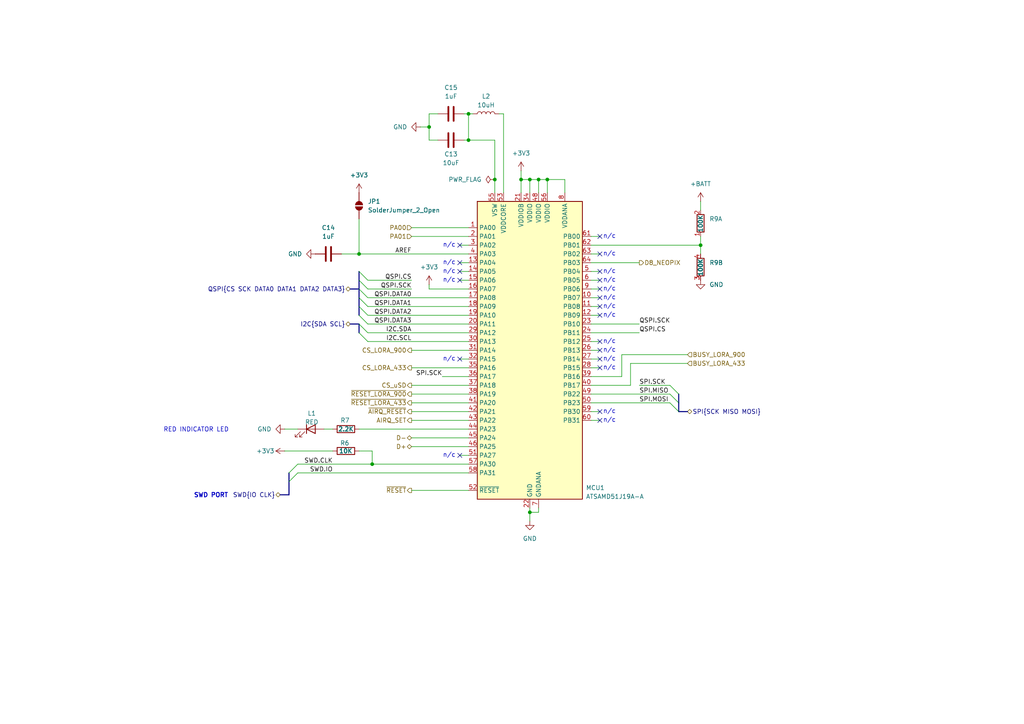
<source format=kicad_sch>
(kicad_sch (version 20231120) (generator "eeschema") (generator_version "8.0")
  (paper "A4")
  (title_block (title "MCU") (rev "0.1") (company "catbranchman") (comment 1 "Electrical Engineering Department") (comment 2 "EE 156 / Stanford University") (comment 3 "Flight Club, W6YX, Endurance"))
  (lib_symbols
    (symbol "Device:C" (pin_numbers hide) (pin_names (offset 0.254))
      (property "Reference" "C" (at 0.635 2.54 0))
      (property "Value" "C" (at 0.635 -2.54 0))
      (symbol "C_0_1"
        (polyline (pts (xy -2.032 -0.762) (xy 2.032 -0.762)) (stroke (width 0.508)))
        (polyline (pts (xy -2.032 0.762) (xy 2.032 0.762)) (stroke (width 0.508)))
      )
      (symbol "C_1_1"
        (pin passive line (at 0 3.81 270) (length 2.794) (name "~") (number "1"))
        (pin passive line (at 0 -3.81 90) (length 2.794) (name "~") (number "2"))
      )
    )
    (symbol "Device:L" (pin_numbers hide) (pin_names (offset 1.016) hide)
      (property "Reference" "L" (at -1.27 0 90))
      (property "Value" "L" (at 1.905 0 90))
      (symbol "L_0_1"
        (arc (start 0 -2.54) (mid 0.6323 -1.905) (end 0 -1.27))
        (arc (start 0 -1.27) (mid 0.6323 -0.635) (end 0 0))
        (arc (start 0 0) (mid 0.6323 0.635) (end 0 1.27))
        (arc (start 0 1.27) (mid 0.6323 1.905) (end 0 2.54))
      )
      (symbol "L_1_1"
        (pin passive line (at 0 3.81 270) (length 1.27) (name "1") (number "1"))
        (pin passive line (at 0 -3.81 90) (length 1.27) (name "2") (number "2"))
      )
    )
    (symbol "Device:LED" (pin_numbers hide) (pin_names (offset 1.016) hide)
      (property "Reference" "D" (at 0 2.54 0))
      (property "Value" "LED" (at 0 -2.54 0))
      (symbol "LED_0_1"
        (polyline (pts (xy -1.27 -1.27) (xy -1.27 1.27)) (stroke (width 0.254)))
        (polyline (pts (xy -1.27 0) (xy 1.27 0)))
        (polyline (pts (xy 1.27 -1.27) (xy 1.27 1.27) (xy -1.27 0) (xy 1.27 -1.27)) (stroke (width 0.254)))
        (polyline (pts (xy -3.048 -0.762) (xy -4.572 -2.286) (xy -3.81 -2.286) (xy -4.572 -2.286) (xy -4.572 -1.524)))
        (polyline (pts (xy -1.778 -0.762) (xy -3.302 -2.286) (xy -2.54 -2.286) (xy -3.302 -2.286) (xy -3.302 -1.524)))
      )
      (symbol "LED_1_1"
        (pin passive line (at -3.81 0 0) (length 2.54) (name "K") (number "1"))
        (pin passive line (at 3.81 0 180) (length 2.54) (name "A") (number "2"))
      )
    )
    (symbol "Device:R" (pin_numbers hide) (pin_names (offset 0))
      (property "Reference" "R" (at 2.032 0 90))
      (property "Value" "R" (at 0 0 90))
      (symbol "R_0_1"
        (rectangle (start -1.016 -2.54) (end 1.016 2.54) (stroke (width 0.254)))
      )
      (symbol "R_1_1"
        (pin passive line (at 0 3.81 270) (length 1.27) (name "~") (number "1"))
        (pin passive line (at 0 -3.81 90) (length 1.27) (name "~") (number "2"))
      )
    )
    (symbol "Device:R_Pack04_SIP_Split" (pin_names (offset 0) hide)
      (property "Reference" "RN" (at 2.032 0 90))
      (property "Value" "R_Pack04_SIP_Split" (at 0 0 90))
      (symbol "R_Pack04_SIP_Split_0_1"
        (rectangle (start 1.016 2.54) (end -1.016 -2.54) (stroke (width 0.254)))
      )
      (symbol "R_Pack04_SIP_Split_1_1"
        (pin passive line (at 0 -3.81 90) (length 1.27) (name "R1.1") (number "1"))
        (pin passive line (at 0 3.81 270) (length 1.27) (name "R1.2") (number "2"))
      )
      (symbol "R_Pack04_SIP_Split_2_1"
        (pin passive line (at 0 -3.81 90) (length 1.27) (name "R2.1") (number "3"))
        (pin passive line (at 0 3.81 270) (length 1.27) (name "R2.2") (number "4"))
      )
      (symbol "R_Pack04_SIP_Split_3_1"
        (pin passive line (at 0 -3.81 90) (length 1.27) (name "R3.1") (number "5"))
        (pin passive line (at 0 3.81 270) (length 1.27) (name "R3.2") (number "6"))
      )
      (symbol "R_Pack04_SIP_Split_4_1"
        (pin passive line (at 0 -3.81 90) (length 1.27) (name "R4.1") (number "7"))
        (pin passive line (at 0 3.81 270) (length 1.27) (name "R4.2") (number "8"))
      )
    )
    (symbol "Jumper:SolderJumper_2_Open" (pin_numbers hide) (pin_names (offset 0) hide) (exclude_from_sim yes) (in_bom no)
      (property "Reference" "JP" (at 0 2.032 0))
      (property "Value" "SolderJumper_2_Open" (at 0 -2.54 0))
      (symbol "SolderJumper_2_Open_0_1"
        (arc (start -0.254 1.016) (mid -1.2656 0) (end -0.254 -1.016))
        (arc (start -0.254 1.016) (mid -1.2656 0) (end -0.254 -1.016) (fill (type outline)))
        (polyline (pts (xy -0.254 1.016) (xy -0.254 -1.016)))
        (polyline (pts (xy 0.254 1.016) (xy 0.254 -1.016)))
        (arc (start 0.254 -1.016) (mid 1.2656 0) (end 0.254 1.016))
        (arc (start 0.254 -1.016) (mid 1.2656 0) (end 0.254 1.016) (fill (type outline)))
      )
      (symbol "SolderJumper_2_Open_1_1"
        (pin passive line (at -3.81 0 0) (length 2.54) (name "A") (number "1"))
        (pin passive line (at 3.81 0 180) (length 2.54) (name "B") (number "2"))
      )
    )
    (symbol "MCU_Microchip_SAMD:ATSAMD51J19A-A"
      (property "Reference" "U" (at -15.24 -44.45 0))
      (property "Value" "ATSAMD51J19A-A" (at 5.08 -44.45 0))
      (symbol "ATSAMD51J19A-A_0_1"
        (rectangle (start -15.24 43.18) (end 15.24 -43.18) (stroke (width 0.254)) (fill (type background)))
      )
      (symbol "ATSAMD51J19A-A_1_0"
        (pin bidirectional line (at 17.78 25.4 180) (length 2.54) (name "PB03") (number "64"))
      )
      (symbol "ATSAMD51J19A-A_1_1"
        (pin bidirectional line (at -17.78 35.56 0) (length 2.54) (name "PA00") (number "1"))
        (pin bidirectional line (at 17.78 15.24 180) (length 2.54) (name "PB07") (number "10"))
        (pin bidirectional line (at 17.78 12.7 180) (length 2.54) (name "PB08") (number "11"))
        (pin bidirectional line (at 17.78 10.16 180) (length 2.54) (name "PB09") (number "12"))
        (pin bidirectional line (at -17.78 25.4 0) (length 2.54) (name "PA04") (number "13"))
        (pin bidirectional line (at -17.78 22.86 0) (length 2.54) (name "PA05") (number "14"))
        (pin bidirectional line (at -17.78 20.32 0) (length 2.54) (name "PA06") (number "15"))
        (pin bidirectional line (at -17.78 17.78 0) (length 2.54) (name "PA07") (number "16"))
        (pin bidirectional line (at -17.78 15.24 0) (length 2.54) (name "PA08") (number "17"))
        (pin bidirectional line (at -17.78 12.7 0) (length 2.54) (name "PA09") (number "18"))
        (pin bidirectional line (at -17.78 10.16 0) (length 2.54) (name "PA10") (number "19"))
        (pin bidirectional line (at -17.78 33.02 0) (length 2.54) (name "PA01") (number "2"))
        (pin bidirectional line (at -17.78 7.62 0) (length 2.54) (name "PA11") (number "20"))
        (pin power_in line (at -2.54 45.72 270) (length 2.54) (name "VDDIOB") (number "21"))
        (pin power_in line (at 0 -45.72 90) (length 2.54) (name "GND") (number "22"))
        (pin bidirectional line (at 17.78 7.62 180) (length 2.54) (name "PB10") (number "23"))
        (pin bidirectional line (at 17.78 5.08 180) (length 2.54) (name "PB11") (number "24"))
        (pin bidirectional line (at 17.78 2.54 180) (length 2.54) (name "PB12") (number "25"))
        (pin bidirectional line (at 17.78 0 180) (length 2.54) (name "PB13") (number "26"))
        (pin bidirectional line (at 17.78 -2.54 180) (length 2.54) (name "PB14") (number "27"))
        (pin bidirectional line (at 17.78 -5.08 180) (length 2.54) (name "PB15") (number "28"))
        (pin bidirectional line (at -17.78 5.08 0) (length 2.54) (name "PA12") (number "29"))
        (pin bidirectional line (at -17.78 30.48 0) (length 2.54) (name "PA02") (number "3"))
        (pin bidirectional line (at -17.78 2.54 0) (length 2.54) (name "PA13") (number "30"))
        (pin bidirectional line (at -17.78 0 0) (length 2.54) (name "PA14") (number "31"))
        (pin bidirectional line (at -17.78 -2.54 0) (length 2.54) (name "PA15") (number "32"))
        (pin passive line (at 0 -45.72 90) (length 2.54) hide (name "GND") (number "33"))
        (pin power_in line (at 0 45.72 270) (length 2.54) (name "VDDIO") (number "34"))
        (pin bidirectional line (at -17.78 -5.08 0) (length 2.54) (name "PA16") (number "35"))
        (pin bidirectional line (at -17.78 -7.62 0) (length 2.54) (name "PA17") (number "36"))
        (pin bidirectional line (at -17.78 -10.16 0) (length 2.54) (name "PA18") (number "37"))
        (pin bidirectional line (at -17.78 -12.7 0) (length 2.54) (name "PA19") (number "38"))
        (pin bidirectional line (at 17.78 -7.62 180) (length 2.54) (name "PB16") (number "39"))
        (pin bidirectional line (at -17.78 27.94 0) (length 2.54) (name "PA03") (number "4"))
        (pin bidirectional line (at 17.78 -10.16 180) (length 2.54) (name "PB17") (number "40"))
        (pin bidirectional line (at -17.78 -15.24 0) (length 2.54) (name "PA20") (number "41"))
        (pin bidirectional line (at -17.78 -17.78 0) (length 2.54) (name "PA21") (number "42"))
        (pin bidirectional line (at -17.78 -20.32 0) (length 2.54) (name "PA22") (number "43"))
        (pin bidirectional line (at -17.78 -22.86 0) (length 2.54) (name "PA23") (number "44"))
        (pin bidirectional line (at -17.78 -25.4 0) (length 2.54) (name "PA24") (number "45"))
        (pin bidirectional line (at -17.78 -27.94 0) (length 2.54) (name "PA25") (number "46"))
        (pin passive line (at 0 -45.72 90) (length 2.54) hide (name "GND") (number "47"))
        (pin power_in line (at 2.54 45.72 270) (length 2.54) (name "VDDIO") (number "48"))
        (pin bidirectional line (at 17.78 -12.7 180) (length 2.54) (name "PB22") (number "49"))
        (pin bidirectional line (at 17.78 22.86 180) (length 2.54) (name "PB04") (number "5"))
        (pin bidirectional line (at 17.78 -15.24 180) (length 2.54) (name "PB23") (number "50"))
        (pin bidirectional line (at -17.78 -30.48 0) (length 2.54) (name "PA27") (number "51"))
        (pin input line (at -17.78 -40.64 0) (length 2.54) (name "~{RESET}") (number "52"))
        (pin power_out line (at -7.62 45.72 270) (length 2.54) (name "VDDCORE") (number "53"))
        (pin passive line (at 0 -45.72 90) (length 2.54) hide (name "GND") (number "54"))
        (pin power_in line (at -10.16 45.72 270) (length 2.54) (name "VSW") (number "55"))
        (pin power_in line (at 5.08 45.72 270) (length 2.54) (name "VDDIO") (number "56"))
        (pin bidirectional line (at -17.78 -33.02 0) (length 2.54) (name "PA30") (number "57"))
        (pin bidirectional line (at -17.78 -35.56 0) (length 2.54) (name "PA31") (number "58"))
        (pin bidirectional line (at 17.78 -17.78 180) (length 2.54) (name "PB30") (number "59"))
        (pin bidirectional line (at 17.78 20.32 180) (length 2.54) (name "PB05") (number "6"))
        (pin bidirectional line (at 17.78 -20.32 180) (length 2.54) (name "PB31") (number "60"))
        (pin bidirectional line (at 17.78 33.02 180) (length 2.54) (name "PB00") (number "61"))
        (pin bidirectional line (at 17.78 30.48 180) (length 2.54) (name "PB01") (number "62"))
        (pin bidirectional line (at 17.78 27.94 180) (length 2.54) (name "PB02") (number "63"))
        (pin power_in line (at 2.54 -45.72 90) (length 2.54) (name "GNDANA") (number "7"))
        (pin power_in line (at 10.16 45.72 270) (length 2.54) (name "VDDANA") (number "8"))
        (pin bidirectional line (at 17.78 17.78 180) (length 2.54) (name "PB06") (number "9"))
      )
    )
    (symbol "power:+3V3" (power) (pin_numbers hide) (pin_names (offset 0) hide)
      (property "Value" "+3V3" (at 0 3.556 0))
      (symbol "+3V3_0_1"
        (polyline (pts (xy -0.762 1.27) (xy 0 2.54)))
        (polyline (pts (xy 0 0) (xy 0 2.54)))
        (polyline (pts (xy 0 2.54) (xy 0.762 1.27)))
      )
      (symbol "+3V3_1_1"
        (pin power_in line (at 0 0 90) (length 0) (name "~") (number "1"))
      )
    )
    (symbol "power:+BATT" (power) (pin_numbers hide) (pin_names (offset 0) hide)
      (property "Value" "+BATT" (at 0 3.556 0))
      (symbol "+BATT_0_1"
        (polyline (pts (xy -0.762 1.27) (xy 0 2.54)))
        (polyline (pts (xy 0 0) (xy 0 2.54)))
        (polyline (pts (xy 0 2.54) (xy 0.762 1.27)))
      )
      (symbol "+BATT_1_1"
        (pin power_in line (at 0 0 90) (length 0) (name "~") (number "1"))
      )
    )
    (symbol "power:GND" (power) (pin_numbers hide) (pin_names (offset 0) hide)
      (property "Value" "GND" (at 0 -3.81 0))
      (symbol "GND_0_1"
        (polyline (pts (xy 0 0) (xy 0 -1.27) (xy 1.27 -1.27) (xy 0 -2.54) (xy -1.27 -1.27) (xy 0 -1.27)))
      )
      (symbol "GND_1_1"
        (pin power_in line (at 0 0 270) (length 0) (name "~") (number "1"))
      )
    )
    (symbol "power:PWR_FLAG" (power) (pin_numbers hide) (pin_names (offset 0) hide)
      (property "Value" "PWR_FLAG" (at 0 3.81 0))
      (symbol "PWR_FLAG_0_0"
        (pin power_out line (at 0 0 90) (length 0) (name "~") (number "1"))
      )
      (symbol "PWR_FLAG_0_1"
        (polyline (pts (xy 0 0) (xy 0 1.27) (xy -1.016 1.905) (xy 0 2.54) (xy 1.016 1.905) (xy 0 1.27)))
      )
    )
  )
  (junction (at 104.14 73.66))
  (junction (at 151.13 52.07))
  (junction (at 153.67 52.07))
  (junction (at 143.51 52.07))
  (junction (at 135.89 33.02))
  (junction (at 135.89 40.64))
  (junction (at 107.95 134.62))
  (junction (at 124.46 36.83))
  (junction (at 158.75 52.07))
  (junction (at 153.67 148.59))
  (junction (at 156.21 52.07))
  (junction (at 203.2 71.12))
  (no_connect (at 133.35 76.2))
  (no_connect (at 173.99 121.92))
  (no_connect (at 173.99 104.14))
  (no_connect (at 173.99 78.74))
  (no_connect (at 133.35 104.14))
  (no_connect (at 133.35 81.28))
  (no_connect (at 173.99 83.82))
  (no_connect (at 173.99 73.66))
  (no_connect (at 173.99 99.06))
  (no_connect (at 173.99 101.6))
  (no_connect (at 173.99 91.44))
  (no_connect (at 173.99 81.28))
  (no_connect (at 133.35 132.08))
  (no_connect (at 173.99 106.68))
  (no_connect (at 133.35 71.12))
  (no_connect (at 173.99 119.38))
  (no_connect (at 173.99 86.36))
  (no_connect (at 173.99 68.58))
  (no_connect (at 133.35 78.74))
  (no_connect (at 173.99 88.9))
  (bus_entry (at 106.68 99.06) (size -2.54 -2.54))
  (bus_entry (at 86.36 137.16) (size -2.54 2.54))
  (bus_entry (at 194.31 114.3) (size 2.54 2.54))
  (bus_entry (at 106.68 83.82) (size -2.54 -2.54))
  (bus_entry (at 106.68 88.9) (size -2.54 -2.54))
  (bus_entry (at 106.68 91.44) (size -2.54 -2.54))
  (bus_entry (at 106.68 81.28) (size -2.54 -2.54))
  (bus_entry (at 194.31 116.84) (size 2.54 2.54))
  (bus_entry (at 194.31 111.76) (size 2.54 2.54))
  (bus_entry (at 106.68 96.52) (size -2.54 -2.54))
  (bus_entry (at 106.68 86.36) (size -2.54 -2.54))
  (bus_entry (at 106.68 93.98) (size -2.54 -2.54))
  (bus_entry (at 86.36 134.62) (size -2.54 2.54))
  (wire (pts (xy 124.46 33.02) (xy 124.46 36.83)))
  (wire (pts (xy 171.45 93.98) (xy 185.42 93.98)))
  (wire (pts (xy 171.45 68.58) (xy 173.99 68.58)))
  (bus (pts (xy 104.14 83.82) (xy 104.14 81.28)))
  (bus (pts (xy 104.14 93.98) (xy 104.14 96.52)))
  (bus (pts (xy 81.28 143.51) (xy 83.82 143.51)))
  (wire (pts (xy 151.13 49.53) (xy 151.13 52.07)))
  (wire (pts (xy 203.2 58.42) (xy 203.2 60.96)))
  (wire (pts (xy 119.38 119.38) (xy 135.89 119.38)))
  (wire (pts (xy 119.38 121.92) (xy 135.89 121.92)))
  (wire (pts (xy 127 33.02) (xy 124.46 33.02)))
  (wire (pts (xy 106.68 91.44) (xy 135.89 91.44)))
  (wire (pts (xy 134.62 33.02) (xy 135.89 33.02)))
  (wire (pts (xy 96.52 130.81) (xy 82.55 130.81)))
  (wire (pts (xy 171.45 106.68) (xy 173.99 106.68)))
  (wire (pts (xy 199.39 105.41) (xy 182.88 105.41)))
  (wire (pts (xy 133.35 78.74) (xy 135.89 78.74)))
  (wire (pts (xy 133.35 104.14) (xy 135.89 104.14)))
  (bus (pts (xy 104.14 86.36) (xy 104.14 83.82)))
  (wire (pts (xy 171.45 114.3) (xy 194.31 114.3)))
  (wire (pts (xy 96.52 124.46) (xy 93.98 124.46)))
  (wire (pts (xy 171.45 76.2) (xy 185.42 76.2)))
  (wire (pts (xy 156.21 55.88) (xy 156.21 52.07)))
  (wire (pts (xy 106.68 83.82) (xy 119.38 83.82)))
  (wire (pts (xy 171.45 88.9) (xy 173.99 88.9)))
  (wire (pts (xy 134.62 40.64) (xy 135.89 40.64)))
  (wire (pts (xy 173.99 119.38) (xy 171.45 119.38)))
  (wire (pts (xy 124.46 40.64) (xy 127 40.64)))
  (bus (pts (xy 101.6 93.98) (xy 104.14 93.98)))
  (wire (pts (xy 133.35 81.28) (xy 135.89 81.28)))
  (wire (pts (xy 119.38 66.04) (xy 135.89 66.04)))
  (wire (pts (xy 146.05 33.02) (xy 146.05 55.88)))
  (wire (pts (xy 153.67 147.32) (xy 153.67 148.59)))
  (bus (pts (xy 104.14 91.44) (xy 104.14 88.9)))
  (wire (pts (xy 128.27 109.22) (xy 135.89 109.22)))
  (wire (pts (xy 104.14 124.46) (xy 135.89 124.46)))
  (wire (pts (xy 119.38 142.24) (xy 135.89 142.24)))
  (wire (pts (xy 106.68 93.98) (xy 135.89 93.98)))
  (wire (pts (xy 135.89 33.02) (xy 135.89 40.64)))
  (wire (pts (xy 124.46 83.82) (xy 135.89 83.82)))
  (wire (pts (xy 119.38 111.76) (xy 135.89 111.76)))
  (wire (pts (xy 171.45 91.44) (xy 173.99 91.44)))
  (wire (pts (xy 153.67 52.07) (xy 153.67 55.88)))
  (wire (pts (xy 151.13 52.07) (xy 153.67 52.07)))
  (wire (pts (xy 119.38 127) (xy 135.89 127)))
  (wire (pts (xy 133.35 132.08) (xy 135.89 132.08)))
  (wire (pts (xy 185.42 111.76) (xy 194.31 111.76)))
  (wire (pts (xy 203.2 68.58) (xy 203.2 71.12)))
  (wire (pts (xy 119.38 106.68) (xy 135.89 106.68)))
  (wire (pts (xy 86.36 134.62) (xy 107.95 134.62)))
  (wire (pts (xy 121.92 36.83) (xy 124.46 36.83)))
  (bus (pts (xy 196.85 114.3) (xy 196.85 116.84)))
  (wire (pts (xy 163.83 52.07) (xy 163.83 55.88)))
  (wire (pts (xy 86.36 137.16) (xy 135.89 137.16)))
  (wire (pts (xy 171.45 83.82) (xy 173.99 83.82)))
  (wire (pts (xy 156.21 52.07) (xy 153.67 52.07)))
  (wire (pts (xy 171.45 111.76) (xy 182.88 111.76)))
  (wire (pts (xy 180.34 102.87) (xy 180.34 109.22)))
  (wire (pts (xy 82.55 124.46) (xy 86.36 124.46)))
  (wire (pts (xy 171.45 101.6) (xy 173.99 101.6)))
  (wire (pts (xy 171.45 86.36) (xy 173.99 86.36)))
  (wire (pts (xy 171.45 81.28) (xy 173.99 81.28)))
  (wire (pts (xy 119.38 68.58) (xy 135.89 68.58)))
  (bus (pts (xy 83.82 137.16) (xy 83.82 139.7)))
  (wire (pts (xy 135.89 33.02) (xy 137.16 33.02)))
  (wire (pts (xy 171.45 104.14) (xy 173.99 104.14)))
  (wire (pts (xy 171.45 116.84) (xy 194.31 116.84)))
  (wire (pts (xy 158.75 52.07) (xy 156.21 52.07)))
  (wire (pts (xy 106.68 96.52) (xy 135.89 96.52)))
  (wire (pts (xy 104.14 63.5) (xy 104.14 73.66)))
  (wire (pts (xy 143.51 40.64) (xy 143.51 52.07)))
  (wire (pts (xy 171.45 99.06) (xy 173.99 99.06)))
  (bus (pts (xy 104.14 81.28) (xy 104.14 78.74)))
  (wire (pts (xy 107.95 134.62) (xy 135.89 134.62)))
  (wire (pts (xy 104.14 73.66) (xy 135.89 73.66)))
  (bus (pts (xy 101.6 83.82) (xy 104.14 83.82)))
  (wire (pts (xy 107.95 130.81) (xy 107.95 134.62)))
  (wire (pts (xy 146.05 33.02) (xy 144.78 33.02)))
  (wire (pts (xy 156.21 147.32) (xy 156.21 148.59)))
  (wire (pts (xy 180.34 102.87) (xy 199.39 102.87)))
  (wire (pts (xy 106.68 86.36) (xy 135.89 86.36)))
  (wire (pts (xy 119.38 101.6) (xy 135.89 101.6)))
  (wire (pts (xy 143.51 52.07) (xy 143.51 55.88)))
  (wire (pts (xy 173.99 121.92) (xy 171.45 121.92)))
  (bus (pts (xy 196.85 116.84) (xy 196.85 119.38)))
  (wire (pts (xy 124.46 36.83) (xy 124.46 40.64)))
  (bus (pts (xy 83.82 139.7) (xy 83.82 143.51)))
  (wire (pts (xy 171.45 73.66) (xy 173.99 73.66)))
  (wire (pts (xy 119.38 114.3) (xy 135.89 114.3)))
  (wire (pts (xy 156.21 148.59) (xy 153.67 148.59)))
  (wire (pts (xy 143.51 40.64) (xy 135.89 40.64)))
  (wire (pts (xy 182.88 105.41) (xy 182.88 111.76)))
  (wire (pts (xy 203.2 73.66) (xy 203.2 71.12)))
  (wire (pts (xy 158.75 55.88) (xy 158.75 52.07)))
  (wire (pts (xy 171.45 71.12) (xy 203.2 71.12)))
  (wire (pts (xy 151.13 55.88) (xy 151.13 52.07)))
  (wire (pts (xy 106.68 99.06) (xy 135.89 99.06)))
  (wire (pts (xy 99.06 73.66) (xy 104.14 73.66)))
  (wire (pts (xy 119.38 116.84) (xy 135.89 116.84)))
  (bus (pts (xy 104.14 88.9) (xy 104.14 86.36)))
  (wire (pts (xy 153.67 148.59) (xy 153.67 151.13)))
  (wire (pts (xy 119.38 129.54) (xy 135.89 129.54)))
  (wire (pts (xy 171.45 96.52) (xy 185.42 96.52)))
  (wire (pts (xy 104.14 130.81) (xy 107.95 130.81)))
  (wire (pts (xy 133.35 76.2) (xy 135.89 76.2)))
  (wire (pts (xy 133.35 71.12) (xy 135.89 71.12)))
  (wire (pts (xy 173.99 78.74) (xy 171.45 78.74)))
  (wire (pts (xy 106.68 88.9) (xy 135.89 88.9)))
  (wire (pts (xy 180.34 109.22) (xy 171.45 109.22)))
  (wire (pts (xy 106.68 81.28) (xy 119.38 81.28)))
  (wire (pts (xy 163.83 52.07) (xy 158.75 52.07)))
  (bus (pts (xy 196.85 119.38) (xy 199.39 119.38)))
  (wire (pts (xy 124.46 82.55) (xy 124.46 83.82)))
  (text "n/c" (at 176.784 68.58 0) (effects (font (size 1.27 1.27))))
  (text "n/c" (at 130.302 81.28 0) (effects (font (size 1.27 1.27))))
  (text "n/c" (at 176.784 73.66 0) (effects (font (size 1.27 1.27))))
  (text "n/c" (at 176.784 121.92 0) (effects (font (size 1.27 1.27))))
  (text "n/c" (at 130.302 76.2 0) (effects (font (size 1.27 1.27))))
  (text "n/c" (at 176.784 78.74 0) (effects (font (size 1.27 1.27))))
  (text "n/c" (at 176.784 88.9 0) (effects (font (size 1.27 1.27))))
  (text "n/c" (at 176.784 81.28 0) (effects (font (size 1.27 1.27))))
  (text "SWD PORT" (at 61.214 143.764 0) (effects (font (size 1.27 1.27) (thickness 0.254) (bold yes))))
  (text "n/c" (at 130.302 78.74 0) (effects (font (size 1.27 1.27))))
  (text "n/c" (at 176.784 91.44 0) (effects (font (size 1.27 1.27))))
  (text "n/c" (at 130.302 132.08 0) (effects (font (size 1.27 1.27))))
  (text "n/c" (at 176.784 83.82 0) (effects (font (size 1.27 1.27))))
  (text "n/c" (at 130.302 71.12 0) (effects (font (size 1.27 1.27))))
  (text "n/c" (at 176.784 86.36 0) (effects (font (size 1.27 1.27))))
  (text "RED INDICATOR LED" (at 56.896 124.714 0) (effects (font (size 1.27 1.27))))
  (text "n/c" (at 176.784 99.06 0) (effects (font (size 1.27 1.27))))
  (text "n/c" (at 130.302 104.14 0) (effects (font (size 1.27 1.27))))
  (text "n/c" (at 176.784 119.38 0) (effects (font (size 1.27 1.27))))
  (text "n/c" (at 176.784 101.6 0) (effects (font (size 1.27 1.27))))
  (text "n/c" (at 176.784 104.14 0) (effects (font (size 1.27 1.27))))
  (text "n/c" (at 176.784 106.68 0) (effects (font (size 1.27 1.27))))
  (label "SPI.SCK" (at 185.42 111.76 0))
  (label "I2C.SDA" (at 119.38 96.52 180) (effects (font (thickness 0.1588))))
  (label "QSPI.SCK" (at 119.38 83.82 180))
  (label "SPI.MISO" (at 185.42 114.3 0))
  (label "SWD.IO" (at 96.52 137.16 180))
  (label "AREF" (at 119.38 73.66 180))
  (label "QSPI.SCK" (at 185.42 93.98 0))
  (label "QSPI.DATA0" (at 119.38 86.36 180))
  (label "QSPI.DATA3" (at 119.38 93.98 180))
  (label "SPI.SCK" (at 128.27 109.22 180))
  (label "QSPI.CS" (at 185.42 96.52 0))
  (label "SWD.CLK" (at 96.52 134.62 180))
  (label "QSPI.DATA1" (at 119.38 88.9 180))
  (label "QSPI.CS" (at 119.38 81.28 180))
  (label "SPI.MOSI" (at 185.42 116.84 0))
  (label "I2C.SCL" (at 119.38 99.06 180) (effects (font (thickness 0.1588))))
  (label "QSPI.DATA2" (at 119.38 91.44 180))
  (hierarchical_label "~{RESET_LORA_433}" (shape output) (at 119.38 116.84 180))
  (hierarchical_label "~{AIRQ_RESET}" (shape output) (at 119.38 119.38 180))
  (hierarchical_label "AIRQ_SET" (shape output) (at 119.38 121.92 180))
  (hierarchical_label "D-" (shape bidirectional) (at 119.38 127 180))
  (hierarchical_label "PA00" (shape input) (at 119.38 66.04 180))
  (hierarchical_label "~{RESET_LORA_900}" (shape output) (at 119.38 114.3 180))
  (hierarchical_label "SWD{IO CLK}" (shape bidirectional) (at 81.28 143.51 180))
  (hierarchical_label "PA01" (shape input) (at 119.38 68.58 180))
  (hierarchical_label "QSPI{CS SCK DATA0 DATA1 DATA2 DATA3}" (shape bidirectional) (at 101.6 83.82 180))
  (hierarchical_label "D+" (shape bidirectional) (at 119.38 129.54 180))
  (hierarchical_label "SPI{SCK MISO MOSI}" (shape bidirectional) (at 199.39 119.38 0))
  (hierarchical_label "CS_LORA_433" (shape output) (at 119.38 106.68 180))
  (hierarchical_label "I2C{SDA SCL}" (shape bidirectional) (at 101.6 93.98 180) (effects (font (thickness 0.1588))))
  (hierarchical_label "~{RESET}" (shape output) (at 119.38 142.24 180))
  (hierarchical_label "CS_LORA_900" (shape output) (at 119.38 101.6 180))
  (hierarchical_label "CS_uSD" (shape output) (at 119.38 111.76 180))
  (hierarchical_label "D8_NEOPIX" (shape output) (at 185.42 76.2 0))
  (hierarchical_label "BUSY_LORA_900" (shape input) (at 199.39 102.87 0))
  (hierarchical_label "BUSY_LORA_433" (shape input) (at 199.39 105.41 0))
  (symbol (lib_id "power:+3V3") (at 151.13 49.53 0) (unit 1)
    (property "Reference" "#PWR06" (effects (hide yes)))
    (property "Value" "+3V3" (at 151.13 44.45 0))
    (property "Description" "Power symbol creates a global label with name \"+3V3\"" (effects (hide yes)))
  )
  (symbol (lib_id "power:+BATT") (at 203.2 58.42 0) (unit 1)
    (property "Reference" "#PWR011" (effects (hide yes)))
    (property "Value" "+BATT" (at 203.2 53.34 0))
    (property "Description" "Power symbol creates a global label with name \"+BATT\"" (effects (hide yes)))
  )
  (symbol (lib_id "Device:C") (at 130.81 40.64 270) (unit 1)
    (property "Reference" "C13" (at 130.81 44.704 90))
    (property "Value" "10uF" (at 130.81 47.244 90))
    (property "Footprint" "Inductor_SMD:L_0805_2012Metric" (effects (hide yes)))
    (property "Datasheet" "https://mm.digikey.com/Volume0/opasdata/d220001/medias/docus/609/CL21A106K0QNNNE_Sp" (effects (hide yes)))
    (property "Description" "10 uF 10% 16V Ceramic Capacitor X5R 0805 (2012 Metric)" (effects (hide yes)))
    (property "Mfr" "Samsung Electro-Mechanics" (effects (hide yes)))
    (property "Mfr P/N" "CL21A106KOQNNNE" (effects (hide yes)))
    (property "Supplier_1" "Digikey" (effects (hide yes)))
    (property "Supplier_1 P/N" "1276-1096-1-ND" (effects (hide yes)))
    (property "Supplier_1 Unit Price" "0.10" (effects (hide yes)))
    (property "Supplier_1 Price @ Qty" "0.03130" (effects (hide yes)))
  )
  (symbol (lib_id "MCU_Microchip_SAMD:ATSAMD51J19A-A") (at 153.67 101.6 0) (unit 1)
    (property "Reference" "MCU1" (at 169.926 141.478 0) (effects (justify left)))
    (property "Value" "ATSAMD51J19A-A" (at 169.926 144.018 0) (effects (justify left)))
    (property "Footprint" "Package_QFP:TQFP-64_10x10mm_P0.5mm" (effects (hide yes)))
    (property "Datasheet" "http://ww1.microchip.com/downloads/en/DeviceDoc/60001507E.pdf" (effects (hide yes)))
    (property "Description" "SAM D51 Microchip SMART ARM Cortex-M4F-based MCU, 512K Flash, 192K SRAM, TQFP-64" (effects (hide yes)))
    (property "Mfr" "Microchip Technology" (effects (hide yes)))
    (property "Mfr P/N" "ATSAMD51J19A-AUTCT-ND" (effects (hide yes)))
    (property "Supplier_1" "DigiKey" (effects (hide yes)))
    (property "Supplier_1 P/N" "ATSAMD51J19A-AUTCT-ND" (effects (hide yes)))
    (property "Supplier_1 Unit Price" "$5.68" (effects (hide yes)))
  )
  (symbol (lib_id "Device:R_Pack04_SIP_Split") (at 203.2 64.77 0) (unit 1)
    (property "Reference" "R9" (at 205.74 63.4999 0) (effects (justify left)))
    (property "Value" "100K" (at 203.2 67.564 90) (effects (font (thickness 0.254) (bold yes)) (justify left)))
    (property "Footprint" "Resistor_SMD:R_Array_Convex_4x1206" (effects (hide yes)))
    (property "Datasheet" "https://www.bourns.com/docs/Product-Datasheets/CATCAY.pdf" (effects (hide yes)))
    (property "Description" "4 resistor network, parallel topology, SIP package, split" (effects (hide yes)))
    (property "Mfr" "Bourns Inc." (effects (hide yes)))
    (property "Mfr P/N" "CAY16-1003F4LF" (effects (hide yes)))
    (property "Supplier_1" "Digikey" (effects (hide yes)))
    (property "Supplier_1 P/N" "CAY16-1003F4LFCT-ND" (effects (hide yes)))
    (property "Supplier_1 Unit Price" "0.10" (effects (hide yes)))
    (property "Supplier_1 Price @ Qty" "0.03170" (effects (hide yes)))
  )
  (symbol (lib_id "power:GND") (at 203.2 81.28 0) (unit 1)
    (property "Reference" "#PWR010" (effects (hide yes)))
    (property "Value" "GND" (at 205.74 82.5499 0) (effects (justify left)))
    (property "Description" "Power symbol creates a global label with name \"GND\" , ground" (effects (hide yes)))
  )
  (symbol (lib_id "power:GND") (at 121.92 36.83 270) (unit 1)
    (property "Reference" "#PWR064" (effects (hide yes)))
    (property "Value" "GND" (at 118.11 36.8299 90) (effects (justify right)))
    (property "Description" "Power symbol creates a global label with name \"GND\" , ground" (effects (hide yes)))
  )
  (symbol (lib_id "Jumper:SolderJumper_2_Open") (at 104.14 59.69 90) (unit 1) (exclude_from_sim yes) (in_bom no)
    (property "Reference" "JP1" (at 106.68 58.4199 90) (effects (justify right)))
    (property "Value" "SolderJumper_2_Open" (at 106.68 60.9599 90) (effects (justify right)))
    (property "Footprint" "Jumper:SolderJumper-2_P1.3mm_Open_TrianglePad1.0x1.5mm" (effects (hide yes)))
    (property "Description" "Solder Jumper, 2-pole, open" (effects (hide yes)))
  )
  (symbol (lib_id "power:PWR_FLAG") (at 143.51 52.07 90) (unit 1)
    (property "Reference" "#FLG04" (effects (hide yes)))
    (property "Value" "PWR_FLAG" (at 139.7 52.0699 90) (effects (justify left)))
    (property "Description" "Special symbol for telling ERC where power comes from" (effects (hide yes)))
  )
  (symbol (lib_id "Device:C") (at 95.25 73.66 270) (unit 1)
    (property "Reference" "C14" (at 95.25 66.04 90))
    (property "Value" "1uF" (at 95.25 68.58 90))
    (property "Footprint" "Capacitor_SMD:C_0603_1608Metric" (effects (hide yes)))
    (property "Datasheet" "https://www.yageo.com/upload/media/product/productsearch/datasheet/mlcc/UPY-GPHC_X7R_6" (effects (hide yes)))
    (property "Description" "1 uF 10% 16V Ceramic Capacitor X7R 0603 (1608 Metric)" (effects (hide yes)))
    (property "Mfr" "YAGEO" (effects (hide yes)))
    (property "Mfr P/N" "CC0603KRX7R7BB105" (effects (hide yes)))
    (property "Supplier_1" "Digikey" (effects (hide yes)))
    (property "Supplier_1 P/N" "0.10" (effects (hide yes)))
    (property "Supplier_1 Unit Price" "0.03080" (effects (hide yes)))
  )
  (symbol (lib_id "Device:C") (at 130.81 33.02 90) (unit 1)
    (property "Reference" "C15" (at 130.81 25.4 90))
    (property "Value" "1uF" (at 130.81 27.94 90))
    (property "Footprint" "Capacitor_SMD:C_0603_1608Metric" (effects (hide yes)))
    (property "Datasheet" "https://www.yageo.com/upload/media/product/productsearch/datasheet/mlcc/UPY-GPHC_X7R_6" (effects (hide yes)))
    (property "Description" "1 uF 10% 16V Ceramic Capacitor X7R 0603 (1608 Metric)" (effects (hide yes)))
    (property "Mfr" "YAGEO" (effects (hide yes)))
    (property "Mfr P/N" "CC0603KRX7R7BB105" (effects (hide yes)))
    (property "Supplier_1" "Digikey" (effects (hide yes)))
    (property "Supplier_1 P/N" "0.10" (effects (hide yes)))
    (property "Supplier_1 Unit Price" "0.03080" (effects (hide yes)))
  )
  (symbol (lib_id "power:GND") (at 153.67 151.13 0) (unit 1)
    (property "Reference" "#PWR035" (effects (hide yes)))
    (property "Value" "GND" (at 153.67 156.21 0))
    (property "Description" "Power symbol creates a global label with name \"GND\" , ground" (effects (hide yes)))
  )
  (symbol (lib_id "power:+3V3") (at 104.14 55.88 0) (unit 1)
    (property "Reference" "#PWR015" (effects (hide yes)))
    (property "Value" "+3V3" (at 104.14 50.8 0))
    (property "Description" "Power symbol creates a global label with name \"+3V3\"" (effects (hide yes)))
  )
  (symbol (lib_id "power:+3V3") (at 124.46 82.55 0) (unit 1)
    (property "Reference" "#PWR014" (effects (hide yes)))
    (property "Value" "+3V3" (at 124.46 77.47 0))
    (property "Description" "Power symbol creates a global label with name \"+3V3\"" (effects (hide yes)))
  )
  (symbol (lib_id "Device:R") (at 100.33 124.46 90) (unit 1)
    (property "Reference" "R7" (at 100.076 121.92 90))
    (property "Value" "2.2K" (at 100.33 124.46 90) (effects (font (thickness 0.254) (bold yes))))
    (property "Footprint" "Resistor_SMD:R_0603_1608Metric" (effects (hide yes)))
    (property "Datasheet" "https://www.te.com/usa-en/product-1-2176177-5.datasheet.pdf" (effects (hide yes)))
    (property "Description" "2.2 kOhms ±1% 0.2W, 1/5W Chip Resistor 0603 (1608 Metric) Automotive AEC-Q200 Thick Film" (effects (hide yes)))
    (property "Mfr" "TE Connectivity Passive Product" (effects (hide yes)))
    (property "Mfr P/N" "CRGH0603F2K2" (effects (hide yes)))
    (property "Supplier_1" "Digikey" (effects (hide yes)))
    (property "Supplier_1 P/N" "A129540CT-ND" (effects (hide yes)))
    (property "Supplier_1 Unit Price" "0.10" (effects (hide yes)))
    (property "Supplier_1 Price @ Qty" "0.01470" (effects (hide yes)))
  )
  (symbol (lib_id "Device:R") (at 100.33 130.81 90) (unit 1)
    (property "Reference" "R6" (at 101.346 128.524 90) (effects (justify left)))
    (property "Value" "10K" (at 102.362 130.81 90) (effects (font (thickness 0.254) (bold yes)) (justify left)))
    (property "Footprint" "Resistor_SMD:R_0603_1608Metric" (effects (hide yes)))
    (property "Datasheet" "https://www.seielect.com/catalog/sei-rncp.pdf" (effects (hide yes)))
    (property "Description" "10 kOhms 1% 0.125W, 1/8W Chip Resistor 0603 (1608 Metric) Anti-Sulfur Thin Film" (effects (hide yes)))
    (property "Mfr" "Stackpole Electronics Inc" (effects (hide yes)))
    (property "Mfr P/N" "RNCP0603FTD10K0" (effects (hide yes)))
    (property "Supplier_1" "Digikey" (effects (hide yes)))
    (property "Supplier_1 P/N" "RNCP0603FTD10K0CT-ND" (effects (hide yes)))
    (property "Supplier_1 Unit Price" "0.10" (effects (hide yes)))
    (property "Supplier_1 Price @ Qty" "0.0170" (effects (hide yes)))
  )
  (symbol (lib_id "Device:R_Pack04_SIP_Split") (at 203.2 77.47 0) (unit 2)
    (property "Reference" "R9" (at 205.74 76.1999 0) (effects (justify left)))
    (property "Value" "100K" (at 203.2 80.264 90) (effects (font (thickness 0.254) (bold yes)) (justify left)))
    (property "Footprint" "Resistor_SMD:R_Array_Convex_4x1206" (effects (hide yes)))
    (property "Datasheet" "https://www.bourns.com/docs/Product-Datasheets/CATCAY.pdf" (effects (hide yes)))
    (property "Description" "4 resistor network, parallel topology, SIP package, split" (effects (hide yes)))
    (property "Mfr" "Bourns Inc." (effects (hide yes)))
    (property "Mfr P/N" "CAY16-1003F4LF" (effects (hide yes)))
    (property "Supplier_1" "Digikey" (effects (hide yes)))
    (property "Supplier_1 P/N" "CAY16-1003F4LFCT-ND" (effects (hide yes)))
    (property "Supplier_1 Unit Price" "0.10" (effects (hide yes)))
    (property "Supplier_1 Price @ Qty" "0.03170" (effects (hide yes)))
  )
  (symbol (lib_id "Device:LED") (at 90.17 124.46 0) (unit 1)
    (property "Reference" "L1" (at 90.424 119.888 0))
    (property "Value" "RED" (at 90.424 122.428 0))
    (property "Footprint" "LED_SMD:LED_0805_2012Metric" (effects (hide yes)))
    (property "Datasheet" "https://optoelectronics.liteon.com/upload/download/DS22-2000-137/LTST-S220KRKT.pdf" (effects (hide yes)))
    (property "Description" "Light emitting diode" (effects (hide yes)))
    (property "Mfr" "Lite-On Inc." (effects (hide yes)))
    (property "Mfr P/N" "LTST-S220KRKT" (effects (hide yes)))
    (property "Supplier_1" "Digikey" (effects (hide yes)))
    (property "Supplier_1 P/N" "160-1469-1-ND" (effects (hide yes)))
    (property "Supplier_1 Unit Price" "0.23" (effects (hide yes)))
    (property "Supplier_1 Price @ Qty" "0.07620" (effects (hide yes)))
  )
  (symbol (lib_id "power:GND") (at 82.55 124.46 270) (unit 1)
    (property "Reference" "#PWR024" (effects (hide yes)))
    (property "Value" "GND" (at 78.74 124.4599 90) (effects (justify right)))
    (property "Description" "Power symbol creates a global label with name \"GND\" , ground" (effects (hide yes)))
  )
  (symbol (lib_id "power:GND") (at 91.44 73.66 270) (unit 1)
    (property "Reference" "#PWR065" (effects (hide yes)))
    (property "Value" "GND" (at 87.63 73.6599 90) (effects (justify right)))
    (property "Description" "Power symbol creates a global label with name \"GND\" , ground" (effects (hide yes)))
  )
  (symbol (lib_id "Device:L") (at 140.97 33.02 90) (unit 1)
    (property "Reference" "L2" (at 140.97 27.94 90))
    (property "Value" "10uH" (at 140.97 30.48 90))
    (property "Footprint" "Inductor_SMD:L_1008_2520Metric" (effects (hide yes)))
    (property "Datasheet" "https://mm.digikey.com/Volume0/opasdata/d220001/medias/docus/4899/LSQx_Series_Cat.pdf" (effects (hide yes)))
    (property "Description" "10 H Unshielded Wirewound Inductor 235 mA 190mOhm 1007 (2518 Metric)" (effects (hide yes)))
    (property "Mfr" "Taiyo Yuden" (effects (hide yes)))
    (property "Mfr P/N" "LSQEA251818T100K" (effects (hide yes)))
    (property "Supplier_1" "Digikey" (effects (hide yes)))
    (property "Supplier_1 P/N" "587-LSOEA251818T100KCT-ND" (effects (hide yes)))
    (property "Supplier_1 Unit Price" "0.13" (effects (hide yes)))
    (property "Supplier_1 Price @ Qty" "0.0742" (effects (hide yes)))
  )
  (symbol (lib_id "power:+3V3") (at 82.55 130.81 90) (unit 1)
    (property "Reference" "#PWR09" (effects (hide yes)))
    (property "Value" "+3V3" (at 76.962 130.81 90))
    (property "Description" "Power symbol creates a global label with name \"+3V3\"" (effects (hide yes)))
  )
)
</source>
